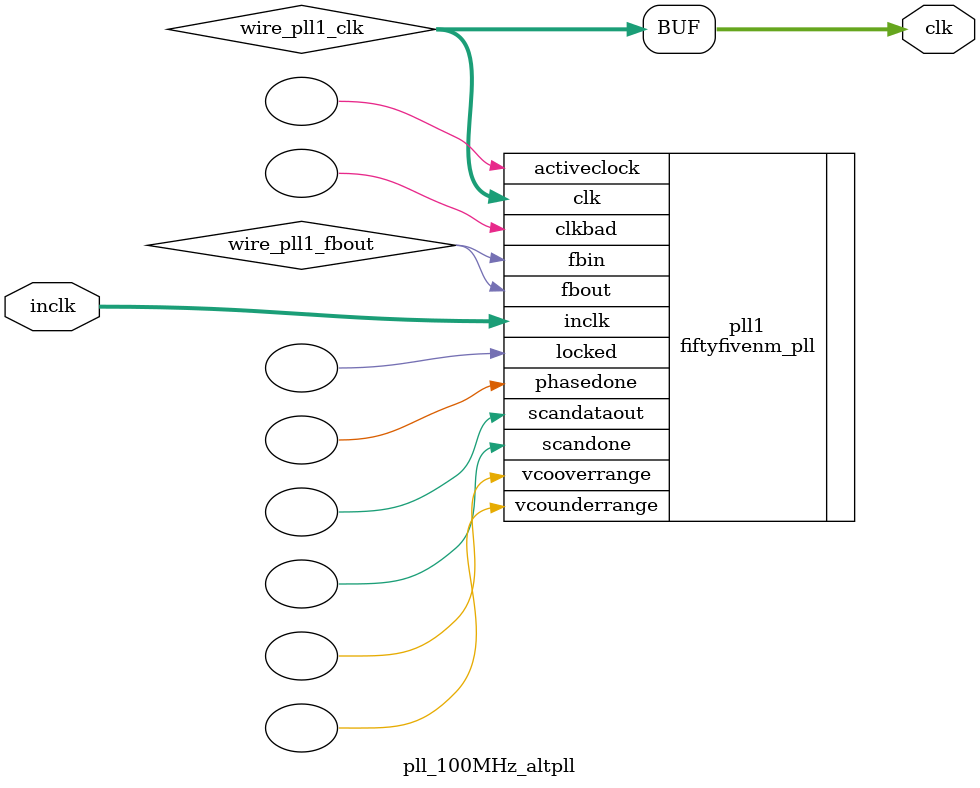
<source format=v>






//synthesis_resources = fiftyfivenm_pll 1 
//synopsys translate_off
`timescale 1 ps / 1 ps
//synopsys translate_on
module  pll_100MHz_altpll
	( 
	clk,
	inclk) /* synthesis synthesis_clearbox=1 */;
	output   [4:0]  clk;
	input   [1:0]  inclk;
`ifndef ALTERA_RESERVED_QIS
// synopsys translate_off
`endif
	tri0   [1:0]  inclk;
`ifndef ALTERA_RESERVED_QIS
// synopsys translate_on
`endif

	wire  [4:0]   wire_pll1_clk;
	wire  wire_pll1_fbout;

	fiftyfivenm_pll   pll1
	( 
	.activeclock(),
	.clk(wire_pll1_clk),
	.clkbad(),
	.fbin(wire_pll1_fbout),
	.fbout(wire_pll1_fbout),
	.inclk(inclk),
	.locked(),
	.phasedone(),
	.scandataout(),
	.scandone(),
	.vcooverrange(),
	.vcounderrange()
	`ifndef FORMAL_VERIFICATION
	// synopsys translate_off
	`endif
	,
	.areset(1'b0),
	.clkswitch(1'b0),
	.configupdate(1'b0),
	.pfdena(1'b1),
	.phasecounterselect({3{1'b0}}),
	.phasestep(1'b0),
	.phaseupdown(1'b0),
	.scanclk(1'b0),
	.scanclkena(1'b1),
	.scandata(1'b0)
	`ifndef FORMAL_VERIFICATION
	// synopsys translate_on
	`endif
	);
	defparam
		pll1.bandwidth_type = "auto",
		pll1.clk0_divide_by = 1,
		pll1.clk0_duty_cycle = 50,
		pll1.clk0_multiply_by = 2,
		pll1.clk0_phase_shift = "0",
		pll1.compensate_clock = "clk0",
		pll1.inclk0_input_frequency = 20000,
		pll1.operation_mode = "normal",
		pll1.pll_type = "auto",
		pll1.lpm_type = "fiftyfivenm_pll";
	assign
		clk = {wire_pll1_clk[4:0]};
endmodule //pll_100MHz_altpll
//VALID FILE

</source>
